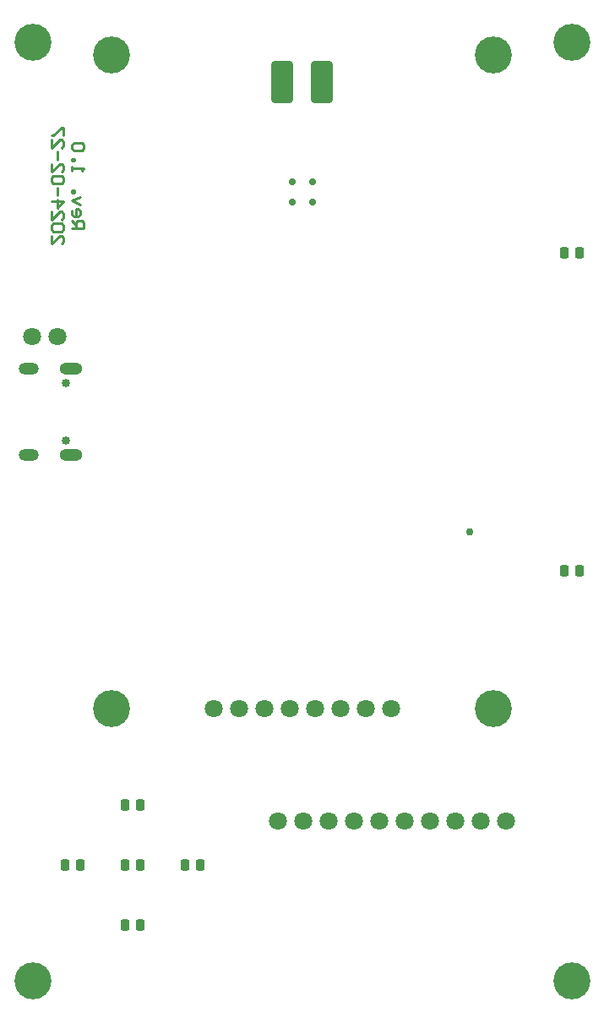
<source format=gbs>
G04*
G04 #@! TF.GenerationSoftware,Altium Limited,Altium Designer,22.10.1 (41)*
G04*
G04 Layer_Color=16711935*
%FSLAX44Y44*%
%MOMM*%
G71*
G04*
G04 #@! TF.SameCoordinates,A44A1546-0101-49FE-9D39-825E196A96A3*
G04*
G04*
G04 #@! TF.FilePolarity,Negative*
G04*
G01*
G75*
G04:AMPARAMS|DCode=30|XSize=0.9032mm|YSize=1.1032mm|CornerRadius=0.1891mm|HoleSize=0mm|Usage=FLASHONLY|Rotation=0.000|XOffset=0mm|YOffset=0mm|HoleType=Round|Shape=RoundedRectangle|*
%AMROUNDEDRECTD30*
21,1,0.9032,0.7250,0,0,0.0*
21,1,0.5250,1.1032,0,0,0.0*
1,1,0.3782,0.2625,-0.3625*
1,1,0.3782,-0.2625,-0.3625*
1,1,0.3782,-0.2625,0.3625*
1,1,0.3782,0.2625,0.3625*
%
%ADD30ROUNDEDRECTD30*%
%ADD47C,3.7032*%
%ADD48C,1.8032*%
%ADD49O,2.0032X1.2032*%
%ADD50O,2.3032X1.2032*%
%ADD51C,0.8532*%
%ADD52C,0.7532*%
%ADD53C,0.7032*%
%ADD54C,0.2500*%
G04:AMPARAMS|DCode=67|XSize=2.2032mm|YSize=4.2032mm|CornerRadius=0.3516mm|HoleSize=0mm|Usage=FLASHONLY|Rotation=0.000|XOffset=0mm|YOffset=0mm|HoleType=Round|Shape=RoundedRectangle|*
%AMROUNDEDRECTD67*
21,1,2.2032,3.5000,0,0,0.0*
21,1,1.5000,4.2032,0,0,0.0*
1,1,0.7032,0.7500,-1.7500*
1,1,0.7032,-0.7500,-1.7500*
1,1,0.7032,-0.7500,1.7500*
1,1,0.7032,0.7500,1.7500*
%
%ADD67ROUNDEDRECTD67*%
D30*
X562500Y441000D02*
D03*
X577500D02*
D03*
X562500Y759000D02*
D03*
X577500D02*
D03*
X62500Y146000D02*
D03*
X77500D02*
D03*
X182500D02*
D03*
X197500D02*
D03*
X122500D02*
D03*
X137500D02*
D03*
X122500Y206000D02*
D03*
X137500D02*
D03*
X122500Y86000D02*
D03*
X137500D02*
D03*
D47*
X30000Y970000D02*
D03*
X570000D02*
D03*
X30000Y30000D02*
D03*
X570000D02*
D03*
X108500Y957500D02*
D03*
X491500D02*
D03*
Y302500D02*
D03*
X108500D02*
D03*
D48*
X261900D02*
D03*
X287300D02*
D03*
X236500D02*
D03*
X388900D02*
D03*
X312700D02*
D03*
X211100D02*
D03*
X363500D02*
D03*
X338100D02*
D03*
X275200Y190000D02*
D03*
X300600D02*
D03*
X326000D02*
D03*
X351400D02*
D03*
X376800D02*
D03*
X402200D02*
D03*
X427600D02*
D03*
X453000D02*
D03*
X478400D02*
D03*
X503800D02*
D03*
X29300Y675000D02*
D03*
X54700D02*
D03*
D49*
X26225Y643200D02*
D03*
Y556800D02*
D03*
D50*
X68025D02*
D03*
Y643200D02*
D03*
D51*
X63025Y628900D02*
D03*
Y571100D02*
D03*
D52*
X467750Y480000D02*
D03*
D53*
X310000Y810000D02*
D03*
X290000D02*
D03*
X310000Y830000D02*
D03*
X290000D02*
D03*
D54*
X69200Y783514D02*
X81196D01*
Y789512D01*
X79196Y791511D01*
X75198D01*
X73198Y789512D01*
Y783514D01*
Y787513D02*
X69200Y791511D01*
Y801508D02*
Y797509D01*
X71199Y795510D01*
X75198D01*
X77197Y797509D01*
Y801508D01*
X75198Y803508D01*
X73198D01*
Y795510D01*
X77197Y807506D02*
X69200Y811505D01*
X77197Y815504D01*
X69200Y819502D02*
X71199D01*
Y821502D01*
X69200D01*
Y819502D01*
Y841495D02*
Y845494D01*
Y843495D01*
X81196D01*
X79196Y841495D01*
X69200Y851492D02*
X71199D01*
Y853491D01*
X69200D01*
Y851492D01*
X79196Y861489D02*
X81196Y863488D01*
Y867487D01*
X79196Y869486D01*
X71199D01*
X69200Y867487D01*
Y863488D01*
X71199Y861489D01*
X79196D01*
X48804Y776516D02*
Y768519D01*
X56802Y776516D01*
X58801D01*
X60800Y774517D01*
Y770518D01*
X58801Y768519D01*
Y780515D02*
X60800Y782514D01*
Y786513D01*
X58801Y788512D01*
X50804D01*
X48804Y786513D01*
Y782514D01*
X50804Y780515D01*
X58801D01*
X48804Y800508D02*
Y792511D01*
X56802Y800508D01*
X58801D01*
X60800Y798509D01*
Y794510D01*
X58801Y792511D01*
X48804Y810505D02*
X60800D01*
X54802Y804507D01*
Y812505D01*
Y816503D02*
Y824501D01*
X58801Y828499D02*
X60800Y830499D01*
Y834498D01*
X58801Y836497D01*
X50804D01*
X48804Y834498D01*
Y830499D01*
X50804Y828499D01*
X58801D01*
X48804Y848493D02*
Y840496D01*
X56802Y848493D01*
X58801D01*
X60800Y846494D01*
Y842495D01*
X58801Y840496D01*
X54802Y852492D02*
Y860489D01*
X48804Y872485D02*
Y864488D01*
X56802Y872485D01*
X58801D01*
X60800Y870486D01*
Y866487D01*
X58801Y864488D01*
X60800Y876484D02*
Y884481D01*
X58801D01*
X50804Y876484D01*
X48804D01*
D67*
X280000Y930000D02*
D03*
X320000D02*
D03*
M02*

</source>
